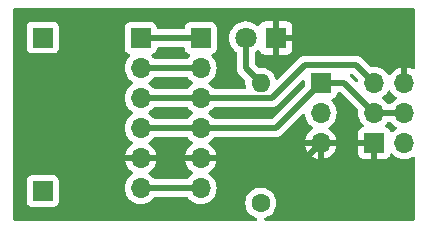
<source format=gbr>
%TF.GenerationSoftware,KiCad,Pcbnew,8.0.3*%
%TF.CreationDate,2024-07-07T19:01:36+09:00*%
%TF.ProjectId,next_usb_device,6e657874-5f75-4736-925f-646576696365,rev?*%
%TF.SameCoordinates,Original*%
%TF.FileFunction,Copper,L1,Top*%
%TF.FilePolarity,Positive*%
%FSLAX46Y46*%
G04 Gerber Fmt 4.6, Leading zero omitted, Abs format (unit mm)*
G04 Created by KiCad (PCBNEW 8.0.3) date 2024-07-07 19:01:36*
%MOMM*%
%LPD*%
G01*
G04 APERTURE LIST*
%TA.AperFunction,ComponentPad*%
%ADD10R,1.700000X1.700000*%
%TD*%
%TA.AperFunction,ComponentPad*%
%ADD11O,1.700000X1.700000*%
%TD*%
%TA.AperFunction,ComponentPad*%
%ADD12C,1.600000*%
%TD*%
%TA.AperFunction,ComponentPad*%
%ADD13O,1.600000X1.600000*%
%TD*%
%TA.AperFunction,ComponentPad*%
%ADD14R,1.800000X1.800000*%
%TD*%
%TA.AperFunction,ComponentPad*%
%ADD15C,1.800000*%
%TD*%
%TA.AperFunction,Conductor*%
%ADD16C,0.500000*%
%TD*%
G04 APERTURE END LIST*
D10*
%TO.P,J1,1,Pin_1*%
%TO.N,CONN*%
X114300000Y-66040000D03*
D11*
%TO.P,J1,2,Pin_2*%
%TO.N,UNUSE*%
X114300000Y-68580000D03*
%TO.P,J1,3,Pin_3*%
%TO.N,CW{slash}CCW*%
X114300000Y-71120000D03*
%TO.P,J1,4,Pin_4*%
%TO.N,PWM*%
X114300000Y-73660000D03*
%TO.P,J1,5,Pin_5*%
%TO.N,GND*%
X114300000Y-76200000D03*
%TO.P,J1,6,Pin_6*%
%TO.N,+5V*%
X114300000Y-78740000D03*
%TD*%
D12*
%TO.P,R1,1*%
%TO.N,+5V*%
X124460000Y-80010000D03*
D13*
%TO.P,R1,2*%
%TO.N,Net-(D1-A)*%
X124460000Y-69850000D03*
%TD*%
D10*
%TO.P,REF\u002A\u002A,1*%
%TO.N,N/C*%
X106000000Y-79000000D03*
%TD*%
%TO.P,J3,1,Pin_1*%
%TO.N,GND*%
X134075000Y-74915000D03*
D11*
%TO.P,J3,2,Pin_2*%
%TO.N,CW{slash}CCW*%
X136615000Y-74915000D03*
%TO.P,J3,3,Pin_3*%
%TO.N,PWM*%
X134075000Y-72375000D03*
%TO.P,J3,4,Pin_4*%
X136615000Y-72375000D03*
%TO.P,J3,5,Pin_5*%
%TO.N,CW{slash}CCW*%
X134075000Y-69835000D03*
%TO.P,J3,6,Pin_6*%
%TO.N,GND*%
X136615000Y-69835000D03*
%TD*%
D14*
%TO.P,D1,1,K*%
%TO.N,GND*%
X125730000Y-66040000D03*
D15*
%TO.P,D1,2,A*%
%TO.N,Net-(D1-A)*%
X123190000Y-66040000D03*
%TD*%
D10*
%TO.P,J4,1,Pin_1*%
%TO.N,CONN*%
X119380000Y-66040000D03*
D11*
%TO.P,J4,2,Pin_2*%
%TO.N,UNUSE*%
X119380000Y-68580000D03*
%TO.P,J4,3,Pin_3*%
%TO.N,CW{slash}CCW*%
X119380000Y-71120000D03*
%TO.P,J4,4,Pin_4*%
%TO.N,PWM*%
X119380000Y-73660000D03*
%TO.P,J4,5,Pin_5*%
%TO.N,GND*%
X119380000Y-76200000D03*
%TO.P,J4,6,Pin_6*%
%TO.N,+5V*%
X119380000Y-78740000D03*
%TD*%
D10*
%TO.P,REF\u002A\u002A,1*%
%TO.N,N/C*%
X106000000Y-66000000D03*
%TD*%
%TO.P,J2,1,Pin_1*%
%TO.N,PWM*%
X129540000Y-69850000D03*
D11*
%TO.P,J2,2,Pin_2*%
%TO.N,+5V*%
X129540000Y-72390000D03*
%TO.P,J2,3,Pin_3*%
%TO.N,GND*%
X129540000Y-74930000D03*
%TD*%
D16*
%TO.N,GND*%
X128270000Y-76200000D02*
X129540000Y-74930000D01*
X134060000Y-74930000D02*
X134075000Y-74915000D01*
X129540000Y-74930000D02*
X134060000Y-74930000D01*
X119380000Y-76200000D02*
X128270000Y-76200000D01*
X136615000Y-69835000D02*
X136615000Y-68580000D01*
X136615000Y-68035000D02*
X135890000Y-67310000D01*
X114300000Y-76200000D02*
X119380000Y-76200000D01*
%TO.N,Net-(D1-A)*%
X123190000Y-68580000D02*
X124460000Y-69850000D01*
X123190000Y-66040000D02*
X123190000Y-68580000D01*
%TO.N,CW{slash}CCW*%
X132540000Y-68300000D02*
X128200000Y-68300000D01*
X128200000Y-68300000D02*
X125380000Y-71120000D01*
X134075000Y-69835000D02*
X132540000Y-68300000D01*
X125380000Y-71120000D02*
X119380000Y-71120000D01*
X114300000Y-71120000D02*
X119380000Y-71120000D01*
%TO.N,CONN*%
X114300000Y-66040000D02*
X119380000Y-66040000D01*
%TO.N,+5V*%
X114300000Y-78740000D02*
X119380000Y-78740000D01*
%TO.N,PWM*%
X125730000Y-73660000D02*
X129540000Y-69850000D01*
X131550000Y-69850000D02*
X134075000Y-72375000D01*
X134075000Y-72375000D02*
X136615000Y-72375000D01*
X119380000Y-73660000D02*
X125730000Y-73660000D01*
X114300000Y-73660000D02*
X119380000Y-73660000D01*
X129540000Y-69850000D02*
X131550000Y-69850000D01*
%TO.N,UNUSE*%
X114300000Y-68580000D02*
X119380000Y-68580000D01*
%TD*%
%TA.AperFunction,Conductor*%
%TO.N,GND*%
G36*
X137442539Y-63520185D02*
G01*
X137488294Y-63572989D01*
X137499500Y-63624500D01*
X137499500Y-68568085D01*
X137479815Y-68635124D01*
X137427011Y-68680879D01*
X137357853Y-68690823D01*
X137304380Y-68669662D01*
X137292585Y-68661404D01*
X137292579Y-68661400D01*
X137078492Y-68561570D01*
X137078486Y-68561567D01*
X136865000Y-68504364D01*
X136865000Y-69401988D01*
X136807993Y-69369075D01*
X136680826Y-69335000D01*
X136549174Y-69335000D01*
X136422007Y-69369075D01*
X136365000Y-69401988D01*
X136365000Y-68504364D01*
X136364999Y-68504364D01*
X136151513Y-68561567D01*
X136151507Y-68561570D01*
X135937422Y-68661399D01*
X135937420Y-68661400D01*
X135743926Y-68796886D01*
X135743920Y-68796891D01*
X135576891Y-68963920D01*
X135576890Y-68963922D01*
X135446880Y-69149595D01*
X135392303Y-69193219D01*
X135322804Y-69200412D01*
X135260450Y-69168890D01*
X135243730Y-69149594D01*
X135113494Y-68963597D01*
X134946402Y-68796506D01*
X134946395Y-68796501D01*
X134752834Y-68660967D01*
X134752830Y-68660965D01*
X134697414Y-68635124D01*
X134538663Y-68561097D01*
X134538659Y-68561096D01*
X134538655Y-68561094D01*
X134310413Y-68499938D01*
X134310403Y-68499936D01*
X134075001Y-68479341D01*
X134074998Y-68479341D01*
X133861986Y-68497977D01*
X133793486Y-68484210D01*
X133763498Y-68462130D01*
X133018421Y-67717052D01*
X133018414Y-67717046D01*
X132944729Y-67667812D01*
X132944729Y-67667813D01*
X132895491Y-67634913D01*
X132758917Y-67578343D01*
X132758907Y-67578340D01*
X132613920Y-67549500D01*
X132613918Y-67549500D01*
X128273917Y-67549500D01*
X128126082Y-67549500D01*
X128126080Y-67549500D01*
X127981092Y-67578340D01*
X127981082Y-67578343D01*
X127844511Y-67634912D01*
X127844498Y-67634919D01*
X127721584Y-67717048D01*
X127721580Y-67717051D01*
X125912230Y-69526400D01*
X125850907Y-69559885D01*
X125781215Y-69554901D01*
X125725282Y-69513029D01*
X125704774Y-69470812D01*
X125686741Y-69403511D01*
X125686738Y-69403502D01*
X125620226Y-69260868D01*
X125590568Y-69197266D01*
X125460047Y-69010861D01*
X125460045Y-69010858D01*
X125299141Y-68849954D01*
X125112734Y-68719432D01*
X125112732Y-68719431D01*
X124906497Y-68623261D01*
X124906488Y-68623258D01*
X124686697Y-68564366D01*
X124686693Y-68564365D01*
X124686692Y-68564365D01*
X124686691Y-68564364D01*
X124686686Y-68564364D01*
X124460002Y-68544532D01*
X124459997Y-68544532D01*
X124293137Y-68559129D01*
X124224637Y-68545362D01*
X124194650Y-68523282D01*
X123976819Y-68305451D01*
X123943334Y-68244128D01*
X123940500Y-68217770D01*
X123940500Y-67291198D01*
X123960185Y-67224159D01*
X123988338Y-67193344D01*
X124141784Y-67073913D01*
X124150511Y-67064432D01*
X124210394Y-67028441D01*
X124280232Y-67030538D01*
X124337850Y-67070060D01*
X124357924Y-67105080D01*
X124386645Y-67182086D01*
X124386649Y-67182093D01*
X124472809Y-67297187D01*
X124472812Y-67297190D01*
X124587906Y-67383350D01*
X124587913Y-67383354D01*
X124722620Y-67433596D01*
X124722627Y-67433598D01*
X124782155Y-67439999D01*
X124782172Y-67440000D01*
X125480000Y-67440000D01*
X125480000Y-66415277D01*
X125556306Y-66459333D01*
X125670756Y-66490000D01*
X125789244Y-66490000D01*
X125903694Y-66459333D01*
X125980000Y-66415277D01*
X125980000Y-67440000D01*
X126677828Y-67440000D01*
X126677844Y-67439999D01*
X126737372Y-67433598D01*
X126737379Y-67433596D01*
X126872086Y-67383354D01*
X126872093Y-67383350D01*
X126987187Y-67297190D01*
X126987190Y-67297187D01*
X127073350Y-67182093D01*
X127073354Y-67182086D01*
X127123596Y-67047379D01*
X127123598Y-67047372D01*
X127129999Y-66987844D01*
X127130000Y-66987827D01*
X127130000Y-66290000D01*
X126105278Y-66290000D01*
X126149333Y-66213694D01*
X126180000Y-66099244D01*
X126180000Y-65980756D01*
X126149333Y-65866306D01*
X126105278Y-65790000D01*
X127130000Y-65790000D01*
X127130000Y-65092172D01*
X127129999Y-65092155D01*
X127123598Y-65032627D01*
X127123596Y-65032620D01*
X127073354Y-64897913D01*
X127073350Y-64897906D01*
X126987190Y-64782812D01*
X126987187Y-64782809D01*
X126872093Y-64696649D01*
X126872086Y-64696645D01*
X126737379Y-64646403D01*
X126737372Y-64646401D01*
X126677844Y-64640000D01*
X125980000Y-64640000D01*
X125980000Y-65664722D01*
X125903694Y-65620667D01*
X125789244Y-65590000D01*
X125670756Y-65590000D01*
X125556306Y-65620667D01*
X125480000Y-65664722D01*
X125480000Y-64640000D01*
X124782155Y-64640000D01*
X124722627Y-64646401D01*
X124722620Y-64646403D01*
X124587913Y-64696645D01*
X124587906Y-64696649D01*
X124472812Y-64782809D01*
X124472809Y-64782812D01*
X124386649Y-64897906D01*
X124386646Y-64897911D01*
X124357924Y-64974920D01*
X124316052Y-65030853D01*
X124250588Y-65055270D01*
X124182315Y-65040418D01*
X124150514Y-65015571D01*
X124141784Y-65006087D01*
X124141779Y-65006083D01*
X124141777Y-65006081D01*
X123958634Y-64863535D01*
X123958628Y-64863531D01*
X123754504Y-64753064D01*
X123754495Y-64753061D01*
X123534984Y-64677702D01*
X123347404Y-64646401D01*
X123306049Y-64639500D01*
X123073951Y-64639500D01*
X123032596Y-64646401D01*
X122845015Y-64677702D01*
X122625504Y-64753061D01*
X122625495Y-64753064D01*
X122421371Y-64863531D01*
X122421365Y-64863535D01*
X122238222Y-65006081D01*
X122238219Y-65006084D01*
X122238216Y-65006086D01*
X122238216Y-65006087D01*
X122213791Y-65032620D01*
X122081016Y-65176852D01*
X121954075Y-65371151D01*
X121860842Y-65583699D01*
X121803866Y-65808691D01*
X121803864Y-65808702D01*
X121784700Y-66039993D01*
X121784700Y-66040006D01*
X121803864Y-66271297D01*
X121803866Y-66271308D01*
X121860842Y-66496300D01*
X121954075Y-66708848D01*
X122081016Y-66903147D01*
X122081019Y-66903151D01*
X122081021Y-66903153D01*
X122238216Y-67073913D01*
X122391662Y-67193344D01*
X122432475Y-67250055D01*
X122439500Y-67291198D01*
X122439500Y-68653918D01*
X122439500Y-68653920D01*
X122439499Y-68653920D01*
X122468340Y-68798907D01*
X122468343Y-68798917D01*
X122524913Y-68935490D01*
X122524914Y-68935491D01*
X122524916Y-68935495D01*
X122544687Y-68965084D01*
X122602945Y-69052276D01*
X122607051Y-69058420D01*
X122607052Y-69058421D01*
X123133282Y-69584650D01*
X123166767Y-69645973D01*
X123169129Y-69683137D01*
X123154532Y-69849996D01*
X123154532Y-69850001D01*
X123174364Y-70076686D01*
X123174366Y-70076697D01*
X123210997Y-70213407D01*
X123209334Y-70283257D01*
X123170171Y-70341119D01*
X123105943Y-70368623D01*
X123091222Y-70369500D01*
X120567701Y-70369500D01*
X120500662Y-70349815D01*
X120466126Y-70316623D01*
X120418494Y-70248597D01*
X120251402Y-70081506D01*
X120251396Y-70081501D01*
X120065842Y-69951575D01*
X120022217Y-69896998D01*
X120015023Y-69827500D01*
X120046546Y-69765145D01*
X120065842Y-69748425D01*
X120159031Y-69683173D01*
X120251401Y-69618495D01*
X120418495Y-69451401D01*
X120554035Y-69257830D01*
X120653903Y-69043663D01*
X120715063Y-68815408D01*
X120735659Y-68580000D01*
X120732628Y-68545362D01*
X120715063Y-68344596D01*
X120715063Y-68344592D01*
X120653903Y-68116337D01*
X120554035Y-67902171D01*
X120503150Y-67829500D01*
X120418496Y-67708600D01*
X120377708Y-67667812D01*
X120296567Y-67586671D01*
X120263084Y-67525351D01*
X120268068Y-67455659D01*
X120309939Y-67399725D01*
X120340915Y-67382810D01*
X120472331Y-67333796D01*
X120587546Y-67247546D01*
X120673796Y-67132331D01*
X120724091Y-66997483D01*
X120730500Y-66937873D01*
X120730499Y-65142128D01*
X120724091Y-65082517D01*
X120705483Y-65032627D01*
X120673797Y-64947671D01*
X120673793Y-64947664D01*
X120587547Y-64832455D01*
X120587544Y-64832452D01*
X120472335Y-64746206D01*
X120472328Y-64746202D01*
X120337482Y-64695908D01*
X120337483Y-64695908D01*
X120277883Y-64689501D01*
X120277881Y-64689500D01*
X120277873Y-64689500D01*
X120277864Y-64689500D01*
X118482129Y-64689500D01*
X118482123Y-64689501D01*
X118422516Y-64695908D01*
X118287671Y-64746202D01*
X118287664Y-64746206D01*
X118172455Y-64832452D01*
X118172452Y-64832455D01*
X118086206Y-64947664D01*
X118086202Y-64947671D01*
X118035908Y-65082517D01*
X118029501Y-65142116D01*
X118029501Y-65142123D01*
X118029500Y-65142135D01*
X118029500Y-65165500D01*
X118009815Y-65232539D01*
X117957011Y-65278294D01*
X117905500Y-65289500D01*
X115774499Y-65289500D01*
X115707460Y-65269815D01*
X115661705Y-65217011D01*
X115650499Y-65165500D01*
X115650499Y-65142129D01*
X115650498Y-65142123D01*
X115650497Y-65142116D01*
X115644091Y-65082517D01*
X115625483Y-65032627D01*
X115593797Y-64947671D01*
X115593793Y-64947664D01*
X115507547Y-64832455D01*
X115507544Y-64832452D01*
X115392335Y-64746206D01*
X115392328Y-64746202D01*
X115257482Y-64695908D01*
X115257483Y-64695908D01*
X115197883Y-64689501D01*
X115197881Y-64689500D01*
X115197873Y-64689500D01*
X115197864Y-64689500D01*
X113402129Y-64689500D01*
X113402123Y-64689501D01*
X113342516Y-64695908D01*
X113207671Y-64746202D01*
X113207664Y-64746206D01*
X113092455Y-64832452D01*
X113092452Y-64832455D01*
X113006206Y-64947664D01*
X113006202Y-64947671D01*
X112955908Y-65082517D01*
X112949501Y-65142116D01*
X112949501Y-65142123D01*
X112949500Y-65142135D01*
X112949500Y-66937870D01*
X112949501Y-66937876D01*
X112955908Y-66997483D01*
X113006202Y-67132328D01*
X113006206Y-67132335D01*
X113092452Y-67247544D01*
X113092455Y-67247547D01*
X113207664Y-67333793D01*
X113207671Y-67333797D01*
X113339081Y-67382810D01*
X113395015Y-67424681D01*
X113419432Y-67490145D01*
X113404580Y-67558418D01*
X113383430Y-67586673D01*
X113261503Y-67708600D01*
X113125965Y-67902169D01*
X113125964Y-67902171D01*
X113026098Y-68116335D01*
X113026094Y-68116344D01*
X112964938Y-68344586D01*
X112964936Y-68344596D01*
X112944341Y-68579999D01*
X112944341Y-68580000D01*
X112964936Y-68815403D01*
X112964938Y-68815413D01*
X113026094Y-69043655D01*
X113026096Y-69043659D01*
X113026097Y-69043663D01*
X113104696Y-69212218D01*
X113125965Y-69257830D01*
X113125967Y-69257834D01*
X113261501Y-69451395D01*
X113261506Y-69451402D01*
X113428597Y-69618493D01*
X113428603Y-69618498D01*
X113614158Y-69748425D01*
X113657783Y-69803002D01*
X113664977Y-69872500D01*
X113633454Y-69934855D01*
X113614158Y-69951575D01*
X113428597Y-70081505D01*
X113261505Y-70248597D01*
X113125965Y-70442169D01*
X113125964Y-70442171D01*
X113026098Y-70656335D01*
X113026094Y-70656344D01*
X112964938Y-70884586D01*
X112964936Y-70884596D01*
X112944341Y-71119999D01*
X112944341Y-71120000D01*
X112964936Y-71355403D01*
X112964938Y-71355413D01*
X113026094Y-71583655D01*
X113026096Y-71583659D01*
X113026097Y-71583663D01*
X113097701Y-71737217D01*
X113125965Y-71797830D01*
X113125967Y-71797834D01*
X113261501Y-71991395D01*
X113261506Y-71991402D01*
X113428597Y-72158493D01*
X113428603Y-72158498D01*
X113614158Y-72288425D01*
X113657783Y-72343002D01*
X113664977Y-72412500D01*
X113633454Y-72474855D01*
X113614158Y-72491575D01*
X113428597Y-72621505D01*
X113261505Y-72788597D01*
X113125965Y-72982169D01*
X113125964Y-72982171D01*
X113026098Y-73196335D01*
X113026094Y-73196344D01*
X112964938Y-73424586D01*
X112964936Y-73424596D01*
X112944341Y-73659999D01*
X112944341Y-73660000D01*
X112964936Y-73895403D01*
X112964938Y-73895413D01*
X113026094Y-74123655D01*
X113026096Y-74123659D01*
X113026097Y-74123663D01*
X113097701Y-74277217D01*
X113125965Y-74337830D01*
X113125967Y-74337834D01*
X113261501Y-74531395D01*
X113261506Y-74531402D01*
X113428597Y-74698493D01*
X113428603Y-74698498D01*
X113483600Y-74737007D01*
X113557853Y-74789000D01*
X113614594Y-74828730D01*
X113658219Y-74883307D01*
X113665413Y-74952805D01*
X113633890Y-75015160D01*
X113614595Y-75031880D01*
X113428922Y-75161890D01*
X113428920Y-75161891D01*
X113261891Y-75328920D01*
X113261886Y-75328926D01*
X113126400Y-75522420D01*
X113126399Y-75522422D01*
X113026570Y-75736507D01*
X113026567Y-75736513D01*
X112969364Y-75949999D01*
X112969364Y-75950000D01*
X113866988Y-75950000D01*
X113834075Y-76007007D01*
X113800000Y-76134174D01*
X113800000Y-76265826D01*
X113834075Y-76392993D01*
X113866988Y-76450000D01*
X112969364Y-76450000D01*
X113026567Y-76663486D01*
X113026570Y-76663492D01*
X113126399Y-76877578D01*
X113261894Y-77071082D01*
X113428917Y-77238105D01*
X113614595Y-77368119D01*
X113658219Y-77422696D01*
X113665412Y-77492195D01*
X113633890Y-77554549D01*
X113614595Y-77571269D01*
X113428594Y-77701508D01*
X113261505Y-77868597D01*
X113125965Y-78062169D01*
X113125964Y-78062171D01*
X113026098Y-78276335D01*
X113026094Y-78276344D01*
X112964938Y-78504586D01*
X112964936Y-78504596D01*
X112944341Y-78739999D01*
X112944341Y-78740000D01*
X112964936Y-78975403D01*
X112964938Y-78975413D01*
X113026094Y-79203655D01*
X113026096Y-79203659D01*
X113026097Y-79203663D01*
X113097724Y-79357267D01*
X113125965Y-79417830D01*
X113125967Y-79417834D01*
X113213873Y-79543376D01*
X113261505Y-79611401D01*
X113428599Y-79778495D01*
X113435473Y-79783308D01*
X113622165Y-79914032D01*
X113622167Y-79914033D01*
X113622170Y-79914035D01*
X113836337Y-80013903D01*
X114064592Y-80075063D01*
X114252918Y-80091539D01*
X114299999Y-80095659D01*
X114300000Y-80095659D01*
X114300001Y-80095659D01*
X114339234Y-80092226D01*
X114535408Y-80075063D01*
X114763663Y-80013903D01*
X114977830Y-79914035D01*
X115171401Y-79778495D01*
X115338495Y-79611401D01*
X115386127Y-79543376D01*
X115440704Y-79499751D01*
X115487701Y-79490500D01*
X118192299Y-79490500D01*
X118259338Y-79510185D01*
X118293873Y-79543376D01*
X118307967Y-79563504D01*
X118341505Y-79611401D01*
X118508599Y-79778495D01*
X118515473Y-79783308D01*
X118702165Y-79914032D01*
X118702167Y-79914033D01*
X118702170Y-79914035D01*
X118916337Y-80013903D01*
X119144592Y-80075063D01*
X119332918Y-80091539D01*
X119379999Y-80095659D01*
X119380000Y-80095659D01*
X119380001Y-80095659D01*
X119419234Y-80092226D01*
X119615408Y-80075063D01*
X119843663Y-80013903D01*
X120057830Y-79914035D01*
X120251401Y-79778495D01*
X120418495Y-79611401D01*
X120554035Y-79417830D01*
X120653903Y-79203663D01*
X120715063Y-78975408D01*
X120735659Y-78740000D01*
X120715063Y-78504592D01*
X120653903Y-78276337D01*
X120554035Y-78062171D01*
X120540274Y-78042517D01*
X120418494Y-77868597D01*
X120251402Y-77701506D01*
X120251401Y-77701505D01*
X120065405Y-77571269D01*
X120021781Y-77516692D01*
X120014588Y-77447193D01*
X120046110Y-77384839D01*
X120065405Y-77368119D01*
X120251082Y-77238105D01*
X120418105Y-77071082D01*
X120553600Y-76877578D01*
X120653429Y-76663492D01*
X120653432Y-76663486D01*
X120710636Y-76450000D01*
X119813012Y-76450000D01*
X119845925Y-76392993D01*
X119880000Y-76265826D01*
X119880000Y-76134174D01*
X119845925Y-76007007D01*
X119813012Y-75950000D01*
X120710636Y-75950000D01*
X120710635Y-75949999D01*
X120653432Y-75736513D01*
X120653429Y-75736507D01*
X120553600Y-75522422D01*
X120553599Y-75522420D01*
X120418113Y-75328926D01*
X120418108Y-75328920D01*
X120251078Y-75161890D01*
X120065405Y-75031879D01*
X120021780Y-74977302D01*
X120014588Y-74907804D01*
X120046110Y-74845449D01*
X120065406Y-74828730D01*
X120251401Y-74698495D01*
X120418495Y-74531401D01*
X120463930Y-74466513D01*
X120466127Y-74463376D01*
X120520704Y-74419751D01*
X120567701Y-74410500D01*
X125803920Y-74410500D01*
X125901462Y-74391096D01*
X125948913Y-74381658D01*
X126085495Y-74325084D01*
X126157132Y-74277218D01*
X126208416Y-74242952D01*
X127986415Y-72464950D01*
X128047738Y-72431466D01*
X128117429Y-72436450D01*
X128173363Y-72478321D01*
X128197624Y-72541824D01*
X128204936Y-72625403D01*
X128204938Y-72625413D01*
X128266094Y-72853655D01*
X128266096Y-72853659D01*
X128266097Y-72853663D01*
X128358970Y-73052830D01*
X128365965Y-73067830D01*
X128365967Y-73067834D01*
X128501501Y-73261395D01*
X128501506Y-73261402D01*
X128668597Y-73428493D01*
X128668603Y-73428498D01*
X128854594Y-73558730D01*
X128898219Y-73613307D01*
X128905413Y-73682805D01*
X128873890Y-73745160D01*
X128854595Y-73761880D01*
X128668922Y-73891890D01*
X128668920Y-73891891D01*
X128501891Y-74058920D01*
X128501886Y-74058926D01*
X128366400Y-74252420D01*
X128366399Y-74252422D01*
X128266570Y-74466507D01*
X128266567Y-74466513D01*
X128209364Y-74679999D01*
X128209364Y-74680000D01*
X129106988Y-74680000D01*
X129074075Y-74737007D01*
X129040000Y-74864174D01*
X129040000Y-74995826D01*
X129074075Y-75122993D01*
X129106988Y-75180000D01*
X128209364Y-75180000D01*
X128266567Y-75393486D01*
X128266570Y-75393492D01*
X128366399Y-75607578D01*
X128501894Y-75801082D01*
X128668917Y-75968105D01*
X128862421Y-76103600D01*
X129076507Y-76203429D01*
X129076516Y-76203433D01*
X129290000Y-76260634D01*
X129290000Y-75363012D01*
X129347007Y-75395925D01*
X129474174Y-75430000D01*
X129605826Y-75430000D01*
X129732993Y-75395925D01*
X129790000Y-75363012D01*
X129790000Y-76260633D01*
X130003483Y-76203433D01*
X130003492Y-76203429D01*
X130217578Y-76103600D01*
X130411082Y-75968105D01*
X130578105Y-75801082D01*
X130713600Y-75607578D01*
X130813429Y-75393492D01*
X130813432Y-75393486D01*
X130870636Y-75180000D01*
X129973012Y-75180000D01*
X130005925Y-75122993D01*
X130040000Y-74995826D01*
X130040000Y-74864174D01*
X130005925Y-74737007D01*
X129973012Y-74680000D01*
X130870636Y-74680000D01*
X130870635Y-74679999D01*
X130813432Y-74466513D01*
X130813429Y-74466507D01*
X130713600Y-74252422D01*
X130713599Y-74252420D01*
X130578113Y-74058926D01*
X130578108Y-74058920D01*
X130411078Y-73891890D01*
X130225405Y-73761879D01*
X130181780Y-73707302D01*
X130174588Y-73637804D01*
X130206110Y-73575449D01*
X130225406Y-73558730D01*
X130358922Y-73465241D01*
X130411401Y-73428495D01*
X130578495Y-73261401D01*
X130714035Y-73067830D01*
X130813903Y-72853663D01*
X130875063Y-72625408D01*
X130895659Y-72390000D01*
X130893690Y-72367500D01*
X130883868Y-72255235D01*
X130875063Y-72154592D01*
X130813903Y-71926337D01*
X130714035Y-71712171D01*
X130707578Y-71702950D01*
X130578496Y-71518600D01*
X130563492Y-71503596D01*
X130456567Y-71396671D01*
X130423084Y-71335351D01*
X130428068Y-71265659D01*
X130469939Y-71209725D01*
X130500915Y-71192810D01*
X130632331Y-71143796D01*
X130747546Y-71057546D01*
X130833796Y-70942331D01*
X130884091Y-70807483D01*
X130890500Y-70747873D01*
X130890500Y-70724500D01*
X130910185Y-70657461D01*
X130962989Y-70611706D01*
X131014500Y-70600500D01*
X131187770Y-70600500D01*
X131254809Y-70620185D01*
X131275451Y-70636819D01*
X131990137Y-71351505D01*
X132702130Y-72063497D01*
X132735615Y-72124820D01*
X132737977Y-72161985D01*
X132719341Y-72374997D01*
X132719341Y-72375000D01*
X132739936Y-72610403D01*
X132739938Y-72610413D01*
X132801094Y-72838655D01*
X132801096Y-72838659D01*
X132801097Y-72838663D01*
X132834129Y-72909500D01*
X132900965Y-73052830D01*
X132900967Y-73052834D01*
X133036501Y-73246395D01*
X133036506Y-73246402D01*
X133158818Y-73368714D01*
X133192303Y-73430037D01*
X133187319Y-73499729D01*
X133145447Y-73555662D01*
X133114471Y-73572577D01*
X132982912Y-73621646D01*
X132982906Y-73621649D01*
X132867812Y-73707809D01*
X132867809Y-73707812D01*
X132781649Y-73822906D01*
X132781645Y-73822913D01*
X132731403Y-73957620D01*
X132731401Y-73957627D01*
X132725000Y-74017155D01*
X132725000Y-74665000D01*
X133641988Y-74665000D01*
X133609075Y-74722007D01*
X133575000Y-74849174D01*
X133575000Y-74980826D01*
X133609075Y-75107993D01*
X133641988Y-75165000D01*
X132725000Y-75165000D01*
X132725000Y-75812844D01*
X132731401Y-75872372D01*
X132731403Y-75872379D01*
X132781645Y-76007086D01*
X132781649Y-76007093D01*
X132867809Y-76122187D01*
X132867812Y-76122190D01*
X132982906Y-76208350D01*
X132982913Y-76208354D01*
X133117620Y-76258596D01*
X133117627Y-76258598D01*
X133177155Y-76264999D01*
X133177172Y-76265000D01*
X133825000Y-76265000D01*
X133825000Y-75348012D01*
X133882007Y-75380925D01*
X134009174Y-75415000D01*
X134140826Y-75415000D01*
X134267993Y-75380925D01*
X134325000Y-75348012D01*
X134325000Y-76265000D01*
X134972828Y-76265000D01*
X134972844Y-76264999D01*
X135032372Y-76258598D01*
X135032379Y-76258596D01*
X135167086Y-76208354D01*
X135167093Y-76208350D01*
X135282187Y-76122190D01*
X135282190Y-76122187D01*
X135368350Y-76007093D01*
X135368354Y-76007086D01*
X135417422Y-75875529D01*
X135459293Y-75819595D01*
X135524757Y-75795178D01*
X135593030Y-75810030D01*
X135621285Y-75831181D01*
X135743599Y-75953495D01*
X135820022Y-76007007D01*
X135937165Y-76089032D01*
X135937167Y-76089033D01*
X135937170Y-76089035D01*
X136151337Y-76188903D01*
X136379592Y-76250063D01*
X136550319Y-76265000D01*
X136614999Y-76270659D01*
X136615000Y-76270659D01*
X136615001Y-76270659D01*
X136679681Y-76265000D01*
X136850408Y-76250063D01*
X137078663Y-76188903D01*
X137292830Y-76089035D01*
X137304375Y-76080950D01*
X137370578Y-76058622D01*
X137438346Y-76075629D01*
X137486161Y-76126575D01*
X137499500Y-76182524D01*
X137499500Y-81375500D01*
X137479815Y-81442539D01*
X137427011Y-81488294D01*
X137375500Y-81499500D01*
X124867733Y-81499500D01*
X124800694Y-81479815D01*
X124754939Y-81427011D01*
X124744995Y-81357853D01*
X124774020Y-81294297D01*
X124832798Y-81256523D01*
X124835640Y-81255725D01*
X124883032Y-81243025D01*
X124906496Y-81236739D01*
X125112734Y-81140568D01*
X125299139Y-81010047D01*
X125460047Y-80849139D01*
X125590568Y-80662734D01*
X125686739Y-80456496D01*
X125745635Y-80236692D01*
X125765468Y-80010000D01*
X125745635Y-79783308D01*
X125686739Y-79563504D01*
X125590568Y-79357266D01*
X125460047Y-79170861D01*
X125460045Y-79170858D01*
X125299141Y-79009954D01*
X125112734Y-78879432D01*
X125112732Y-78879431D01*
X124906497Y-78783261D01*
X124906488Y-78783258D01*
X124686697Y-78724366D01*
X124686693Y-78724365D01*
X124686692Y-78724365D01*
X124686691Y-78724364D01*
X124686686Y-78724364D01*
X124460002Y-78704532D01*
X124459998Y-78704532D01*
X124233313Y-78724364D01*
X124233302Y-78724366D01*
X124013511Y-78783258D01*
X124013502Y-78783261D01*
X123807267Y-78879431D01*
X123807265Y-78879432D01*
X123620858Y-79009954D01*
X123459954Y-79170858D01*
X123329432Y-79357265D01*
X123329431Y-79357267D01*
X123233261Y-79563502D01*
X123233258Y-79563511D01*
X123174366Y-79783302D01*
X123174364Y-79783313D01*
X123154532Y-80009998D01*
X123154532Y-80010001D01*
X123174364Y-80236686D01*
X123174366Y-80236697D01*
X123233258Y-80456488D01*
X123233261Y-80456497D01*
X123329431Y-80662732D01*
X123329432Y-80662734D01*
X123459954Y-80849141D01*
X123620858Y-81010045D01*
X123620861Y-81010047D01*
X123807266Y-81140568D01*
X124013504Y-81236739D01*
X124013509Y-81236740D01*
X124013511Y-81236741D01*
X124084360Y-81255725D01*
X124144021Y-81292090D01*
X124174550Y-81354937D01*
X124166255Y-81424312D01*
X124121770Y-81478190D01*
X124055218Y-81499465D01*
X124052267Y-81499500D01*
X103624500Y-81499500D01*
X103557461Y-81479815D01*
X103511706Y-81427011D01*
X103500500Y-81375500D01*
X103500500Y-78102135D01*
X104649500Y-78102135D01*
X104649500Y-79897870D01*
X104649501Y-79897876D01*
X104655908Y-79957483D01*
X104706202Y-80092328D01*
X104706206Y-80092335D01*
X104792452Y-80207544D01*
X104792455Y-80207547D01*
X104907664Y-80293793D01*
X104907671Y-80293797D01*
X105042517Y-80344091D01*
X105042516Y-80344091D01*
X105049444Y-80344835D01*
X105102127Y-80350500D01*
X106897872Y-80350499D01*
X106957483Y-80344091D01*
X107092331Y-80293796D01*
X107207546Y-80207546D01*
X107293796Y-80092331D01*
X107344091Y-79957483D01*
X107350500Y-79897873D01*
X107350499Y-78102128D01*
X107344091Y-78042517D01*
X107320866Y-77980248D01*
X107293797Y-77907671D01*
X107293793Y-77907664D01*
X107207547Y-77792455D01*
X107207544Y-77792452D01*
X107092335Y-77706206D01*
X107092328Y-77706202D01*
X106957482Y-77655908D01*
X106957483Y-77655908D01*
X106897883Y-77649501D01*
X106897881Y-77649500D01*
X106897873Y-77649500D01*
X106897864Y-77649500D01*
X105102129Y-77649500D01*
X105102123Y-77649501D01*
X105042516Y-77655908D01*
X104907671Y-77706202D01*
X104907664Y-77706206D01*
X104792455Y-77792452D01*
X104792452Y-77792455D01*
X104706206Y-77907664D01*
X104706202Y-77907671D01*
X104655908Y-78042517D01*
X104649501Y-78102116D01*
X104649501Y-78102123D01*
X104649500Y-78102135D01*
X103500500Y-78102135D01*
X103500500Y-65102135D01*
X104649500Y-65102135D01*
X104649500Y-66897870D01*
X104649501Y-66897876D01*
X104655908Y-66957483D01*
X104706202Y-67092328D01*
X104706206Y-67092335D01*
X104792452Y-67207544D01*
X104792455Y-67207547D01*
X104907664Y-67293793D01*
X104907671Y-67293797D01*
X105042517Y-67344091D01*
X105042516Y-67344091D01*
X105049444Y-67344835D01*
X105102127Y-67350500D01*
X106897872Y-67350499D01*
X106957483Y-67344091D01*
X107092331Y-67293796D01*
X107207546Y-67207546D01*
X107293796Y-67092331D01*
X107344091Y-66957483D01*
X107350500Y-66897873D01*
X107350499Y-65102128D01*
X107344091Y-65042517D01*
X107340402Y-65032627D01*
X107293797Y-64907671D01*
X107293793Y-64907664D01*
X107207547Y-64792455D01*
X107207544Y-64792452D01*
X107092335Y-64706206D01*
X107092328Y-64706202D01*
X106957482Y-64655908D01*
X106957483Y-64655908D01*
X106897883Y-64649501D01*
X106897881Y-64649500D01*
X106897873Y-64649500D01*
X106897864Y-64649500D01*
X105102129Y-64649500D01*
X105102123Y-64649501D01*
X105042516Y-64655908D01*
X104907671Y-64706202D01*
X104907664Y-64706206D01*
X104792455Y-64792452D01*
X104792452Y-64792455D01*
X104706206Y-64907664D01*
X104706202Y-64907671D01*
X104655908Y-65042517D01*
X104651608Y-65082516D01*
X104649501Y-65102123D01*
X104649500Y-65102135D01*
X103500500Y-65102135D01*
X103500500Y-63624500D01*
X103520185Y-63557461D01*
X103572989Y-63511706D01*
X103624500Y-63500500D01*
X137375500Y-63500500D01*
X137442539Y-63520185D01*
G37*
%TD.AperFunction*%
%TA.AperFunction,Conductor*%
G36*
X118259338Y-74430185D02*
G01*
X118293873Y-74463376D01*
X118341505Y-74531401D01*
X118508597Y-74698493D01*
X118508603Y-74698498D01*
X118563600Y-74737007D01*
X118637853Y-74789000D01*
X118694594Y-74828730D01*
X118738219Y-74883307D01*
X118745413Y-74952805D01*
X118713890Y-75015160D01*
X118694595Y-75031880D01*
X118508922Y-75161890D01*
X118508920Y-75161891D01*
X118341891Y-75328920D01*
X118341886Y-75328926D01*
X118206400Y-75522420D01*
X118206399Y-75522422D01*
X118106570Y-75736507D01*
X118106567Y-75736513D01*
X118049364Y-75949999D01*
X118049364Y-75950000D01*
X118946988Y-75950000D01*
X118914075Y-76007007D01*
X118880000Y-76134174D01*
X118880000Y-76265826D01*
X118914075Y-76392993D01*
X118946988Y-76450000D01*
X118049364Y-76450000D01*
X118106567Y-76663486D01*
X118106570Y-76663492D01*
X118206399Y-76877578D01*
X118341894Y-77071082D01*
X118508917Y-77238105D01*
X118694595Y-77368119D01*
X118738219Y-77422696D01*
X118745412Y-77492195D01*
X118713890Y-77554549D01*
X118694595Y-77571269D01*
X118508594Y-77701508D01*
X118341506Y-77868596D01*
X118293874Y-77936623D01*
X118239297Y-77980248D01*
X118192299Y-77989500D01*
X115487701Y-77989500D01*
X115420662Y-77969815D01*
X115386126Y-77936623D01*
X115338494Y-77868597D01*
X115171402Y-77701506D01*
X115171401Y-77701505D01*
X114985405Y-77571269D01*
X114941781Y-77516692D01*
X114934588Y-77447193D01*
X114966110Y-77384839D01*
X114985405Y-77368119D01*
X115171082Y-77238105D01*
X115338105Y-77071082D01*
X115473600Y-76877578D01*
X115573429Y-76663492D01*
X115573432Y-76663486D01*
X115630636Y-76450000D01*
X114733012Y-76450000D01*
X114765925Y-76392993D01*
X114800000Y-76265826D01*
X114800000Y-76134174D01*
X114765925Y-76007007D01*
X114733012Y-75950000D01*
X115630636Y-75950000D01*
X115630635Y-75949999D01*
X115573432Y-75736513D01*
X115573429Y-75736507D01*
X115473600Y-75522422D01*
X115473599Y-75522420D01*
X115338113Y-75328926D01*
X115338108Y-75328920D01*
X115171078Y-75161890D01*
X114985405Y-75031879D01*
X114941780Y-74977302D01*
X114934588Y-74907804D01*
X114966110Y-74845449D01*
X114985406Y-74828730D01*
X115171401Y-74698495D01*
X115338495Y-74531401D01*
X115383930Y-74466513D01*
X115386127Y-74463376D01*
X115440704Y-74419751D01*
X115487701Y-74410500D01*
X118192299Y-74410500D01*
X118259338Y-74430185D01*
G37*
%TD.AperFunction*%
%TD*%
%TA.AperFunction,NonConductor*%
G36*
X117972540Y-66810185D02*
G01*
X118018295Y-66862989D01*
X118029501Y-66914500D01*
X118029501Y-66937876D01*
X118035908Y-66997483D01*
X118086202Y-67132328D01*
X118086206Y-67132335D01*
X118172452Y-67247544D01*
X118172455Y-67247547D01*
X118287664Y-67333793D01*
X118287671Y-67333797D01*
X118419081Y-67382810D01*
X118475015Y-67424681D01*
X118499432Y-67490145D01*
X118484580Y-67558418D01*
X118463430Y-67586673D01*
X118341503Y-67708600D01*
X118293874Y-67776623D01*
X118239297Y-67820248D01*
X118192299Y-67829500D01*
X115487701Y-67829500D01*
X115420662Y-67809815D01*
X115386126Y-67776623D01*
X115338496Y-67708600D01*
X115297708Y-67667812D01*
X115216567Y-67586671D01*
X115183084Y-67525351D01*
X115188068Y-67455659D01*
X115229939Y-67399725D01*
X115260915Y-67382810D01*
X115392331Y-67333796D01*
X115507546Y-67247546D01*
X115593796Y-67132331D01*
X115644091Y-66997483D01*
X115650500Y-66937873D01*
X115650500Y-66914500D01*
X115670185Y-66847461D01*
X115722989Y-66801706D01*
X115774500Y-66790500D01*
X117905501Y-66790500D01*
X117972540Y-66810185D01*
G37*
%TD.AperFunction*%
%TA.AperFunction,NonConductor*%
G36*
X132244809Y-69070185D02*
G01*
X132265451Y-69086819D01*
X132702130Y-69523498D01*
X132735615Y-69584821D01*
X132737977Y-69621986D01*
X132732624Y-69683173D01*
X132707172Y-69748242D01*
X132650581Y-69789221D01*
X132580819Y-69793099D01*
X132521415Y-69760047D01*
X132024108Y-69262740D01*
X132025979Y-69260868D01*
X131993105Y-69212595D01*
X131991242Y-69142751D01*
X132027435Y-69082986D01*
X132090194Y-69052276D01*
X132111108Y-69050500D01*
X132177770Y-69050500D01*
X132244809Y-69070185D01*
G37*
%TD.AperFunction*%
%TA.AperFunction,NonConductor*%
G36*
X118259338Y-69350185D02*
G01*
X118293873Y-69383376D01*
X118341505Y-69451401D01*
X118508597Y-69618493D01*
X118508603Y-69618498D01*
X118694158Y-69748425D01*
X118737783Y-69803002D01*
X118744977Y-69872500D01*
X118713454Y-69934855D01*
X118694158Y-69951575D01*
X118508597Y-70081505D01*
X118341506Y-70248596D01*
X118293874Y-70316623D01*
X118239297Y-70360248D01*
X118192299Y-70369500D01*
X115487701Y-70369500D01*
X115420662Y-70349815D01*
X115386126Y-70316623D01*
X115338494Y-70248597D01*
X115171402Y-70081506D01*
X115171396Y-70081501D01*
X114985842Y-69951575D01*
X114942217Y-69896998D01*
X114935023Y-69827500D01*
X114966546Y-69765145D01*
X114985842Y-69748425D01*
X115079031Y-69683173D01*
X115171401Y-69618495D01*
X115338495Y-69451401D01*
X115386127Y-69383376D01*
X115440704Y-69339751D01*
X115487701Y-69330500D01*
X118192299Y-69330500D01*
X118259338Y-69350185D01*
G37*
%TD.AperFunction*%
%TA.AperFunction,NonConductor*%
G36*
X135430160Y-70501110D02*
G01*
X135446879Y-70520405D01*
X135576890Y-70706078D01*
X135743917Y-70873105D01*
X135929595Y-71003119D01*
X135973219Y-71057696D01*
X135980412Y-71127195D01*
X135948890Y-71189549D01*
X135929595Y-71206269D01*
X135743594Y-71336508D01*
X135576506Y-71503596D01*
X135528874Y-71571623D01*
X135474297Y-71615248D01*
X135427299Y-71624500D01*
X135262701Y-71624500D01*
X135195662Y-71604815D01*
X135161126Y-71571623D01*
X135113494Y-71503597D01*
X134946402Y-71336506D01*
X134946396Y-71336501D01*
X134760842Y-71206575D01*
X134717217Y-71151998D01*
X134710023Y-71082500D01*
X134741546Y-71020145D01*
X134760842Y-71003425D01*
X134848097Y-70942328D01*
X134946401Y-70873495D01*
X135113495Y-70706401D01*
X135243730Y-70520405D01*
X135298307Y-70476781D01*
X135367805Y-70469587D01*
X135430160Y-70501110D01*
G37*
%TD.AperFunction*%
%TA.AperFunction,NonConductor*%
G36*
X128108833Y-69555046D02*
G01*
X128164767Y-69596917D01*
X128189184Y-69662382D01*
X128189500Y-69671228D01*
X128189500Y-70087770D01*
X128169815Y-70154809D01*
X128153181Y-70175451D01*
X125455451Y-72873181D01*
X125394128Y-72906666D01*
X125367770Y-72909500D01*
X120567701Y-72909500D01*
X120500662Y-72889815D01*
X120466126Y-72856623D01*
X120418494Y-72788597D01*
X120251402Y-72621506D01*
X120251396Y-72621501D01*
X120065842Y-72491575D01*
X120022217Y-72436998D01*
X120015023Y-72367500D01*
X120046546Y-72305145D01*
X120065842Y-72288425D01*
X120113242Y-72255235D01*
X120251401Y-72158495D01*
X120418495Y-71991401D01*
X120464049Y-71926344D01*
X120466127Y-71923376D01*
X120520704Y-71879751D01*
X120567701Y-71870500D01*
X125453920Y-71870500D01*
X125551462Y-71851096D01*
X125598913Y-71841658D01*
X125735495Y-71785084D01*
X125807132Y-71737218D01*
X125858416Y-71702952D01*
X127977819Y-69583546D01*
X128039142Y-69550062D01*
X128108833Y-69555046D01*
G37*
%TD.AperFunction*%
%TA.AperFunction,NonConductor*%
G36*
X118259338Y-71890185D02*
G01*
X118293873Y-71923376D01*
X118341505Y-71991401D01*
X118508597Y-72158493D01*
X118508603Y-72158498D01*
X118694158Y-72288425D01*
X118737783Y-72343002D01*
X118744977Y-72412500D01*
X118713454Y-72474855D01*
X118694158Y-72491575D01*
X118508597Y-72621505D01*
X118341506Y-72788596D01*
X118293874Y-72856623D01*
X118239297Y-72900248D01*
X118192299Y-72909500D01*
X115487701Y-72909500D01*
X115420662Y-72889815D01*
X115386126Y-72856623D01*
X115338494Y-72788597D01*
X115171402Y-72621506D01*
X115171396Y-72621501D01*
X114985842Y-72491575D01*
X114942217Y-72436998D01*
X114935023Y-72367500D01*
X114966546Y-72305145D01*
X114985842Y-72288425D01*
X115033242Y-72255235D01*
X115171401Y-72158495D01*
X115338495Y-71991401D01*
X115384049Y-71926344D01*
X115386127Y-71923376D01*
X115440704Y-71879751D01*
X115487701Y-71870500D01*
X118192299Y-71870500D01*
X118259338Y-71890185D01*
G37*
%TD.AperFunction*%
%TA.AperFunction,NonConductor*%
G36*
X135494338Y-73145185D02*
G01*
X135528873Y-73178376D01*
X135576505Y-73246401D01*
X135743597Y-73413493D01*
X135743603Y-73413498D01*
X135929158Y-73543425D01*
X135972783Y-73598002D01*
X135979977Y-73667500D01*
X135948454Y-73729855D01*
X135929158Y-73746575D01*
X135743600Y-73876503D01*
X135621284Y-73998819D01*
X135559961Y-74032303D01*
X135490269Y-74027319D01*
X135434336Y-73985447D01*
X135417421Y-73954470D01*
X135368354Y-73822913D01*
X135368350Y-73822906D01*
X135282190Y-73707812D01*
X135282187Y-73707809D01*
X135167093Y-73621649D01*
X135167088Y-73621646D01*
X135035528Y-73572577D01*
X134979595Y-73530705D01*
X134955178Y-73465241D01*
X134970030Y-73396968D01*
X134991175Y-73368720D01*
X135113495Y-73246401D01*
X135161127Y-73178376D01*
X135215704Y-73134751D01*
X135262701Y-73125500D01*
X135427299Y-73125500D01*
X135494338Y-73145185D01*
G37*
%TD.AperFunction*%
M02*

</source>
